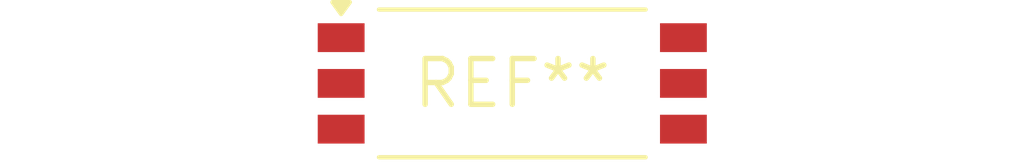
<source format=kicad_pcb>
(kicad_pcb (version 20240108) (generator pcbnew)
  (layers (0 "F.Cu" signal) (31 "B.Cu" signal) (34 "B.Paste" user) (35 "F.Paste" user) (36 "B.SilkS" user "B.Silkscreen") (37 "F.SilkS" user "F.Silkscreen") (38 "B.Mask" user) (39 "F.Mask" user) (44 "Edge.Cuts" user))
  (net 0 "")
  (footprint "SO-6L_10x3.84mm_P1.27mm" (layer "F.Cu") (at 0 0)
    (property "Reference" "REF**")
    (property "Value" "SO-6L_10x3.84mm_P1.27mm")
    (fp_line (start -3.7 -2.05) (end 3.7 -2.05) (layer "F.SilkS") (stroke (width 0.12)))
    (fp_line (start -3.7 2.05) (end 3.7 2.05) (layer "F.SilkS") (stroke (width 0.12)))
    (fp_poly (pts (xy -4.75 -1.925) (xy -4.99 -2.255) (xy -4.51 -2.255) (xy -4.75 -1.925)) (layer "F.SilkS") (stroke (width 0.12)) (fill solid))
    (pad "1" smd rect (at -4.75 -1.27 90) (size 0.8 1.3) (layers "F.Cu" "F.Paste" "F.Mask"))
    (pad "2" smd rect (at -4.75 0 90) (size 0.8 1.3) (layers "F.Cu" "F.Paste" "F.Mask"))
    (pad "3" smd rect (at -4.75 1.27 90) (size 0.8 1.3) (layers "F.Cu" "F.Paste" "F.Mask"))
    (pad "4" smd rect (at 4.75 1.27 90) (size 0.8 1.3) (layers "F.Cu" "F.Paste" "F.Mask"))
    (pad "5" smd rect (at 4.75 0 90) (size 0.8 1.3) (layers "F.Cu" "F.Paste" "F.Mask"))
    (pad "6" smd rect (at 4.75 -1.27 90) (size 0.8 1.3) (layers "F.Cu" "F.Paste" "F.Mask"))
  )
)
</source>
